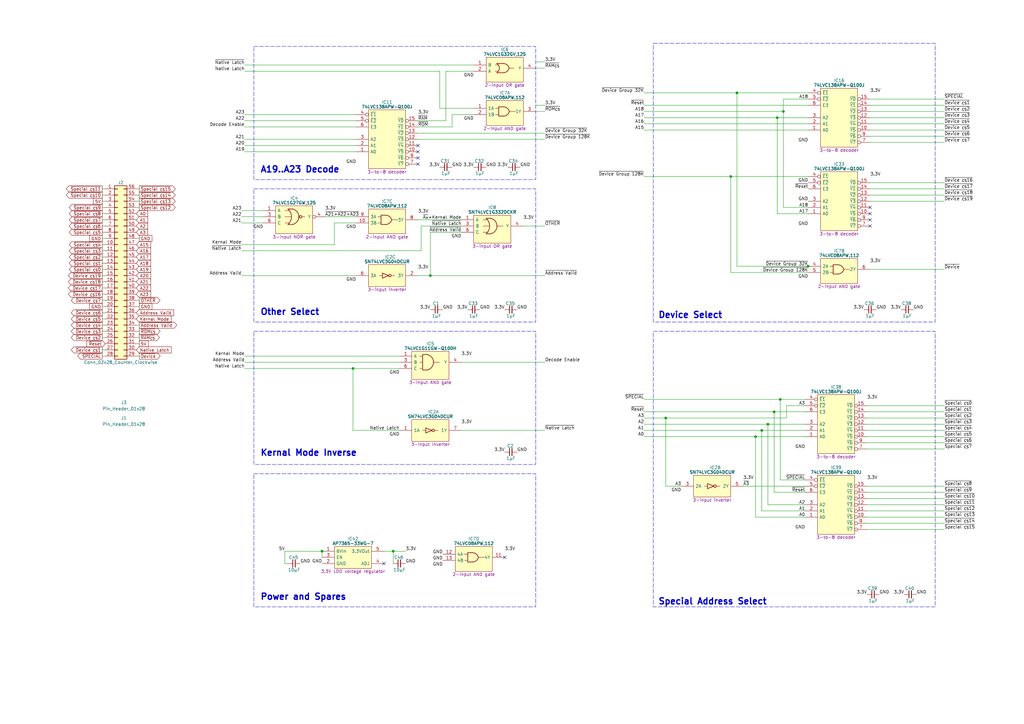
<source format=kicad_sch>
(kicad_sch (version 20231120) (generator "eeschema") (generator_version "8.0")
  (paper "A3")
  (title_block (title "MPU Address Decode") (date "2024-02-13") (rev "V1"))
  (junction (at 132.08 226.06))
  (junction (at 176.53 113.03))
  (junction (at 302.26 38.1))
  (junction (at 161.29 226.06))
  (junction (at 318.77 48.26))
  (junction (at 314.96 173.99))
  (junction (at 144.78 151.13))
  (junction (at 317.5 168.91))
  (junction (at 331.47 109.22))
  (junction (at 320.04 163.83))
  (junction (at 309.88 179.07))
  (junction (at 273.05 171.45))
  (junction (at 321.31 45.72))
  (junction (at 299.72 72.39))
  (junction (at 312.42 176.53))
  (no_connect (at 356.87 85.09))
  (no_connect (at 207.01 228.6))
  (no_connect (at 157.48 231.14))
  (no_connect (at 171.45 64.77))
  (no_connect (at 356.87 87.63))
  (no_connect (at 171.45 59.69))
  (no_connect (at 171.45 67.31))
  (no_connect (at 356.87 90.17))
  (no_connect (at 171.45 62.23))
  (no_connect (at 356.87 92.71))
  (wire (pts (xy 387.35 80.01) (xy 356.87 80.01)))
  (wire (pts (xy 100.33 46.99) (xy 146.05 46.99)))
  (wire (pts (xy 99.06 86.36) (xy 107.95 86.36)))
  (wire (pts (xy 57.15 97.79) (xy 55.88 97.79)))
  (wire (pts (xy 41.91 92.71) (xy 43.18 92.71)))
  (wire (pts (xy 314.96 207.01) (xy 314.96 173.99)))
  (wire (pts (xy 264.16 45.72) (xy 321.31 45.72)))
  (wire (pts (xy 314.96 173.99) (xy 330.2 173.99)))
  (wire (pts (xy 387.35 50.8) (xy 356.87 50.8)))
  (wire (pts (xy 223.52 92.71) (xy 214.63 92.71)))
  (wire (pts (xy 41.91 95.25) (xy 43.18 95.25)))
  (wire (pts (xy 387.35 173.99) (xy 355.6 173.99)))
  (wire (pts (xy 387.35 176.53) (xy 355.6 176.53)))
  (wire (pts (xy 387.35 48.26) (xy 356.87 48.26)))
  (wire (pts (xy 180.34 29.21) (xy 180.34 44.45)))
  (wire (pts (xy 387.35 214.63) (xy 355.6 214.63)))
  (wire (pts (xy 116.84 231.14) (xy 118.11 231.14)))
  (wire (pts (xy 387.35 55.88) (xy 356.87 55.88)))
  (wire (pts (xy 264.16 168.91) (xy 317.5 168.91)))
  (wire (pts (xy 144.78 151.13) (xy 163.83 151.13)))
  (wire (pts (xy 41.91 113.03) (xy 43.18 113.03)))
  (wire (pts (xy 317.5 168.91) (xy 317.5 201.93)))
  (wire (pts (xy 41.91 110.49) (xy 43.18 110.49)))
  (wire (pts (xy 41.91 115.57) (xy 43.18 115.57)))
  (wire (pts (xy 387.35 217.17) (xy 355.6 217.17)))
  (wire (pts (xy 321.31 40.64) (xy 321.31 45.72)))
  (wire (pts (xy 264.16 179.07) (xy 309.88 179.07)))
  (wire (pts (xy 387.35 199.39) (xy 355.6 199.39)))
  (wire (pts (xy 132.08 226.06) (xy 132.08 228.6)))
  (wire (pts (xy 41.91 107.95) (xy 43.18 107.95)))
  (wire (pts (xy 387.35 168.91) (xy 355.6 168.91)))
  (wire (pts (xy 387.35 45.72) (xy 356.87 45.72)))
  (wire (pts (xy 57.15 82.55) (xy 55.88 82.55)))
  (wire (pts (xy 318.77 87.63) (xy 318.77 48.26)))
  (wire (pts (xy 312.42 176.53) (xy 330.2 176.53)))
  (wire (pts (xy 321.31 45.72) (xy 321.31 85.09)))
  (wire (pts (xy 57.15 135.89) (xy 55.88 135.89)))
  (wire (pts (xy 57.15 85.09) (xy 55.88 85.09)))
  (wire (pts (xy 146.05 113.03) (xy 99.06 113.03)))
  (wire (pts (xy 41.91 102.87) (xy 43.18 102.87)))
  (wire (pts (xy 171.45 49.53) (xy 182.88 49.53)))
  (wire (pts (xy 189.23 176.53) (xy 223.52 176.53)))
  (wire (pts (xy 317.5 168.91) (xy 330.2 168.91)))
  (wire (pts (xy 387.35 82.55) (xy 356.87 82.55)))
  (wire (pts (xy 100.33 151.13) (xy 144.78 151.13)))
  (wire (pts (xy 99.06 100.33) (xy 137.16 100.33)))
  (wire (pts (xy 41.91 87.63) (xy 43.18 87.63)))
  (wire (pts (xy 264.16 53.34) (xy 331.47 53.34)))
  (wire (pts (xy 116.84 226.06) (xy 116.84 231.14)))
  (wire (pts (xy 264.16 72.39) (xy 299.72 72.39)))
  (wire (pts (xy 41.91 85.09) (xy 43.18 85.09)))
  (wire (pts (xy 41.91 97.79) (xy 43.18 97.79)))
  (wire (pts (xy 41.91 118.11) (xy 43.18 118.11)))
  (wire (pts (xy 100.33 29.21) (xy 180.34 29.21)))
  (wire (pts (xy 171.45 54.61) (xy 223.52 54.61)))
  (wire (pts (xy 279.4 199.39) (xy 273.05 199.39)))
  (wire (pts (xy 57.15 146.05) (xy 55.88 146.05)))
  (wire (pts (xy 264.16 171.45) (xy 273.05 171.45)))
  (wire (pts (xy 321.31 85.09) (xy 331.47 85.09)))
  (wire (pts (xy 264.16 50.8) (xy 331.47 50.8)))
  (wire (pts (xy 176.53 113.03) (xy 171.45 113.03)))
  (wire (pts (xy 161.29 231.14) (xy 161.29 226.06)))
  (wire (pts (xy 41.91 120.65) (xy 43.18 120.65)))
  (wire (pts (xy 387.35 212.09) (xy 355.6 212.09)))
  (wire (pts (xy 330.2 201.93) (xy 317.5 201.93)))
  (wire (pts (xy 57.15 123.19) (xy 55.88 123.19)))
  (wire (pts (xy 223.52 45.72) (xy 219.71 45.72)))
  (wire (pts (xy 171.45 52.07) (xy 185.42 52.07)))
  (wire (pts (xy 161.29 226.06) (xy 166.37 226.06)))
  (wire (pts (xy 330.2 209.55) (xy 312.42 209.55)))
  (wire (pts (xy 57.15 77.47) (xy 55.88 77.47)))
  (wire (pts (xy 330.2 207.01) (xy 314.96 207.01)))
  (wire (pts (xy 264.16 163.83) (xy 320.04 163.83)))
  (wire (pts (xy 57.15 133.35) (xy 55.88 133.35)))
  (wire (pts (xy 172.72 92.71) (xy 189.23 92.71)))
  (wire (pts (xy 387.35 40.64) (xy 356.87 40.64)))
  (wire (pts (xy 100.33 148.59) (xy 163.83 148.59)))
  (wire (pts (xy 41.91 133.35) (xy 43.18 133.35)))
  (wire (pts (xy 309.88 212.09) (xy 309.88 179.07)))
  (wire (pts (xy 157.48 226.06) (xy 161.29 226.06)))
  (wire (pts (xy 264.16 173.99) (xy 314.96 173.99)))
  (wire (pts (xy 57.15 125.73) (xy 55.88 125.73)))
  (wire (pts (xy 387.35 77.47) (xy 356.87 77.47)))
  (wire (pts (xy 312.42 209.55) (xy 312.42 176.53)))
  (wire (pts (xy 299.72 111.76) (xy 299.72 72.39)))
  (wire (pts (xy 320.04 196.85) (xy 320.04 163.83)))
  (wire (pts (xy 41.91 128.27) (xy 43.18 128.27)))
  (wire (pts (xy 41.91 125.73) (xy 43.18 125.73)))
  (wire (pts (xy 182.88 29.21) (xy 182.88 49.53)))
  (wire (pts (xy 185.42 46.99) (xy 185.42 52.07)))
  (wire (pts (xy 273.05 171.45) (xy 322.58 171.45)))
  (wire (pts (xy 331.47 40.64) (xy 321.31 40.64)))
  (wire (pts (xy 41.91 90.17) (xy 43.18 90.17)))
  (wire (pts (xy 330.2 212.09) (xy 309.88 212.09)))
  (wire (pts (xy 387.35 201.93) (xy 355.6 201.93)))
  (wire (pts (xy 387.35 179.07) (xy 355.6 179.07)))
  (wire (pts (xy 185.42 46.99) (xy 194.31 46.99)))
  (wire (pts (xy 387.35 181.61) (xy 355.6 181.61)))
  (wire (pts (xy 144.78 151.13) (xy 144.78 176.53)))
  (wire (pts (xy 387.35 43.18) (xy 356.87 43.18)))
  (wire (pts (xy 176.53 95.25) (xy 176.53 113.03)))
  (wire (pts (xy 223.52 43.18) (xy 219.71 43.18)))
  (wire (pts (xy 330.2 196.85) (xy 320.04 196.85)))
  (wire (pts (xy 41.91 138.43) (xy 43.18 138.43)))
  (wire (pts (xy 100.33 52.07) (xy 146.05 52.07)))
  (wire (pts (xy 320.04 163.83) (xy 330.2 163.83)))
  (wire (pts (xy 41.91 143.51) (xy 43.18 143.51)))
  (wire (pts (xy 387.35 171.45) (xy 355.6 171.45)))
  (wire (pts (xy 302.26 38.1) (xy 331.47 38.1)))
  (wire (pts (xy 99.06 91.44) (xy 107.95 91.44)))
  (wire (pts (xy 41.91 123.19) (xy 43.18 123.19)))
  (wire (pts (xy 304.8 199.39) (xy 330.2 199.39)))
  (wire (pts (xy 41.91 82.55) (xy 43.18 82.55)))
  (wire (pts (xy 171.45 57.15) (xy 223.52 57.15)))
  (wire (pts (xy 180.34 44.45) (xy 194.31 44.45)))
  (wire (pts (xy 322.58 171.45) (xy 322.58 166.37)))
  (wire (pts (xy 264.16 43.18) (xy 331.47 43.18)))
  (wire (pts (xy 57.15 138.43) (xy 55.88 138.43)))
  (wire (pts (xy 100.33 57.15) (xy 146.05 57.15)))
  (wire (pts (xy 264.16 38.1) (xy 302.26 38.1)))
  (wire (pts (xy 99.06 102.87) (xy 172.72 102.87)))
  (wire (pts (xy 387.35 184.15) (xy 355.6 184.15)))
  (wire (pts (xy 57.15 140.97) (xy 55.88 140.97)))
  (wire (pts (xy 182.88 29.21) (xy 194.31 29.21)))
  (wire (pts (xy 318.77 48.26) (xy 331.47 48.26)))
  (wire (pts (xy 41.91 77.47) (xy 43.18 77.47)))
  (wire (pts (xy 387.35 204.47) (xy 355.6 204.47)))
  (wire (pts (xy 99.06 88.9) (xy 107.95 88.9)))
  (wire (pts (xy 309.88 179.07) (xy 330.2 179.07)))
  (wire (pts (xy 57.15 80.01) (xy 55.88 80.01)))
  (wire (pts (xy 387.35 58.42) (xy 356.87 58.42)))
  (wire (pts (xy 387.35 207.01) (xy 355.6 207.01)))
  (wire (pts (xy 331.47 111.76) (xy 299.72 111.76)))
  (wire (pts (xy 41.91 135.89) (xy 43.18 135.89)))
  (wire (pts (xy 41.91 105.41) (xy 43.18 105.41)))
  (wire (pts (xy 387.35 53.34) (xy 356.87 53.34)))
  (wire (pts (xy 331.47 109.22) (xy 302.26 109.22)))
  (wire (pts (xy 299.72 72.39) (xy 331.47 72.39)))
  (wire (pts (xy 176.53 113.03) (xy 223.52 113.03)))
  (wire (pts (xy 137.16 100.33) (xy 137.16 91.44)))
  (wire (pts (xy 176.53 95.25) (xy 189.23 95.25)))
  (wire (pts (xy 223.52 27.94) (xy 219.71 27.94)))
  (wire (pts (xy 264.16 176.53) (xy 312.42 176.53)))
  (wire (pts (xy 41.91 130.81) (xy 43.18 130.81)))
  (wire (pts (xy 41.91 146.05) (xy 43.18 146.05)))
  (wire (pts (xy 273.05 199.39) (xy 273.05 171.45)))
  (wire (pts (xy 302.26 38.1) (xy 302.26 109.22)))
  (wire (pts (xy 387.35 209.55) (xy 355.6 209.55)))
  (wire (pts (xy 331.47 87.63) (xy 318.77 87.63)))
  (wire (pts (xy 264.16 48.26) (xy 318.77 48.26)))
  (wire (pts (xy 41.91 80.01) (xy 43.18 80.01)))
  (wire (pts (xy 41.91 100.33) (xy 43.18 100.33)))
  (wire (pts (xy 100.33 26.67) (xy 194.31 26.67)))
  (wire (pts (xy 172.72 92.71) (xy 172.72 102.87)))
  (wire (pts (xy 171.45 90.17) (xy 189.23 90.17)))
  (wire (pts (xy 332.74 109.22) (xy 331.47 109.22)))
  (wire (pts (xy 100.33 146.05) (xy 163.83 146.05)))
  (wire (pts (xy 387.35 166.37) (xy 355.6 166.37)))
  (wire (pts (xy 163.83 176.53) (xy 144.78 176.53)))
  (wire (pts (xy 100.33 49.53) (xy 146.05 49.53)))
  (wire (pts (xy 100.33 59.69) (xy 146.05 59.69)))
  (wire (pts (xy 133.35 88.9) (xy 146.05 88.9)))
  (wire (pts (xy 100.33 62.23) (xy 146.05 62.23)))
  (wire (pts (xy 223.52 25.4) (xy 219.71 25.4)))
  (wire (pts (xy 387.35 74.93) (xy 356.87 74.93)))
  (wire (pts (xy 137.16 91.44) (xy 146.05 91.44)))
  (wire (pts (xy 189.23 148.59) (xy 223.52 148.59)))
  (wire (pts (xy 387.35 110.49) (xy 356.87 110.49)))
  (wire (pts (xy 322.58 166.37) (xy 330.2 166.37)))
  (wire (pts (xy 116.84 226.06) (xy 132.08 226.06)))
  (rectangle (start 104.14 19.05) (end 219.71 73.66) (stroke (width 0) (type dash)))
  (rectangle (start 267.97 135.89) (end 383.54 248.92) (stroke (width 0) (type dash)))
  (rectangle (start 104.14 194.31) (end 219.71 248.92) (stroke (width 0) (type dash)))
  (rectangle (start 104.14 135.89) (end 219.71 190.5) (stroke (width 0) (type dash)))
  (rectangle (start 267.97 17.78) (end 383.54 132.08) (stroke (width 0) (type dash)))
  (rectangle (start 104.14 77.47) (end 219.71 132.08) (stroke (width 0) (type dash)))
  (text "Other Select" (at 106.68 129.54 0) (effects (font (size 2.54 2.54) (thickness 0.508) (bold yes)) (justify left bottom)))
  (text "Special Address Select" (at 269.875 248.285 0) (effects (font (size 2.54 2.54) (thickness 0.508) (bold yes)) (justify left bottom)))
  (text "Device Select" (at 269.875 130.81 0) (effects (font (size 2.54 2.54) (thickness 0.508) (bold yes)) (justify left bottom)))
  (text "Kernal Mode Inverse" (at 106.68 187.325 0) (effects (font (size 2.54 2.54) (thickness 0.508) (bold yes)) (justify left bottom)))
  (text "Power and Spares" (at 106.68 246.38 0) (effects (font (size 2.54 2.54) (thickness 0.508) (bold yes)) (justify left bottom)))
  (text "A19..A23 Decode" (at 106.68 71.12 0) (effects (font (size 2.54 2.54) (thickness 0.508) (bold yes)) (justify left bottom)))
  (label "GND" (at 331.47 74.93 180))
  (label "~{Reset}" (at 264.16 168.91 180))
  (label "3.3V" (at 207.01 185.42 180))
  (label "~{Special _{CS}0}" (at 387.35 166.37 0))
  (label "3.3V" (at 176.53 127 180))
  (label "~{Device Group 32K}" (at 331.47 109.22 180))
  (label "~{Special _{CS}1}" (at 387.35 168.91 0))
  (label "GND" (at 181.61 232.41 180))
  (label "3.3V" (at 208.28 68.58 180))
  (label "A3" (at 330.2 166.37 180))
  (label "GND" (at 163.83 153.67 180))
  (label "~{Device}" (at 387.35 110.49 0))
  (label "3.3V" (at 370.84 243.84 180))
  (label "~{Device _{CS}3}" (at 387.35 48.26 0))
  (label "~{Special _{CS}2}" (at 387.35 171.45 0))
  (label "~{Special _{CS}6}" (at 387.35 181.61 0))
  (label "~{SPECIAL}" (at 264.16 163.83 180))
  (label "GND" (at 146.05 67.31 180))
  (label "A19" (at 100.33 62.23 180))
  (label "A15" (at 264.16 53.34 180))
  (label "~{Device _{CS}6}" (at 387.35 55.88 0))
  (label "3.3V" (at 207.01 127 180))
  (label "GND" (at 360.68 243.84 0))
  (label "3.3V" (at 369.57 127 180))
  (label "Native Latch" (at 100.33 29.21 180))
  (label "GND" (at 374.65 127 0))
  (label "A1" (at 264.16 176.53 180))
  (label "~{Native Latch}" (at 100.33 26.67 180))
  (label "3.3V" (at 354.33 127 180))
  (label "~{Reset}" (at 264.16 43.18 180))
  (label "~{Special _{CS}14}" (at 387.35 214.63 0))
  (label "~{Address Valid}" (at 189.23 95.25 180))
  (label "GND" (at 185.42 68.58 0))
  (label "~{Device _{CS}18}" (at 387.35 80.01 0))
  (label "A18" (at 331.47 40.64 180))
  (label "Address Valid" (at 100.33 148.59 180))
  (label "~{Special _{CS}10}" (at 387.35 204.47 0))
  (label "~{ROM}" (at 171.45 52.07 0))
  (label "GND" (at 212.09 127 0))
  (label "GND" (at 331.47 58.42 180))
  (label "A22" (at 99.06 88.9 180))
  (label "GND" (at 181.61 229.87 180))
  (label "3.3V" (at 356.87 72.39 0))
  (label "~{Device _{CS}2}" (at 387.35 45.72 0))
  (label "~{Device Group 128K}" (at 223.52 57.15 0))
  (label "~{Native Latch}" (at 99.06 102.87 180))
  (label "3.3V" (at 355.6 163.83 0))
  (label "3.3V" (at 133.35 86.36 0))
  (label "~{Special _{CS}3}" (at 387.35 173.99 0))
  (label "3.3V" (at 214.63 90.17 0))
  (label "A3" (at 264.16 171.45 180))
  (label "GND" (at 331.47 92.71 180))
  (label "Address Valid" (at 99.06 113.03 180))
  (label "~{Device Group 32K}" (at 264.16 38.1 180))
  (label "GND" (at 330.2 217.17 180))
  (label "~{Special _{CS}9}" (at 387.35 201.93 0))
  (label "3.3V" (at 223.52 25.4 0))
  (label "3.3V" (at 166.37 226.06 0))
  (label "A23" (at 99.06 86.36 180))
  (label "3.3V" (at 189.23 173.99 0))
  (label "~{Device _{CS}4}" (at 387.35 50.8 0))
  (label "Kernal Mode" (at 100.33 146.05 180))
  (label "3.3V" (at 189.23 146.05 0))
  (label "~{A_{H}}•Kernal Mode" (at 189.23 90.17 180))
  (label "~{Special _{CS}11}" (at 387.35 207.01 0))
  (label "~{Special _{CS}15}" (at 387.35 217.17 0))
  (label "GND" (at 181.61 227.33 180))
  (label "~{Special _{CS}12}" (at 387.35 209.55 0))
  (label "GND" (at 194.31 31.75 180))
  (label "3.3V" (at 171.45 46.99 0))
  (label "3.3V" (at 171.45 110.49 0))
  (label "A23" (at 100.33 46.99 180))
  (label "GND" (at 331.47 114.3 180))
  (label "~{Device _{CS}16}" (at 387.35 74.93 0))
  (label "~{SPECIAL}" (at 330.2 196.85 180))
  (label "~{Special _{CS}8}" (at 387.35 199.39 0))
  (label "3.3V" (at 223.52 43.18 0))
  (label "A2" (at 264.16 173.99 180))
  (label "~{Device _{CS}19}" (at 387.35 82.55 0))
  (label "A21" (at 100.33 57.15 180))
  (label "A21" (at 99.06 91.44 180))
  (label "GND" (at 166.37 231.14 0))
  (label "3.3V" (at 171.45 87.63 0))
  (label "GND" (at 196.85 127 0))
  (label "~{Special _{CS}13}" (at 387.35 212.09 0))
  (label "GND" (at 279.4 201.93 180))
  (label "A1" (at 330.2 209.55 180))
  (label "Decode Enable" (at 223.52 148.59 0))
  (label "GND" (at 146.05 115.57 180))
  (label "~{Reset}" (at 330.2 201.93 180))
  (label "~{A21+A22+A23}" (at 133.35 88.9 0))
  (label "3.3V" (at 191.77 127 180))
  (label "~{RAM}" (at 171.45 49.53 0))
  (label "~{Device Group 128K}" (at 331.47 111.76 180))
  (label "~{SPECIAL}" (at 387.35 40.64 0))
  (label "GND" (at 181.61 127 0))
  (label "GND" (at 359.41 127 0))
  (label "Decode Enable" (at 100.33 52.07 180))
  (label "GND" (at 163.83 179.07 180))
  (label "~{ROM_{CS}}" (at 223.52 45.72 0))
  (label "3.3V" (at 356.87 38.1 0))
  (label "A17" (at 331.47 87.63 180))
  (label "A2" (at 330.2 207.01 180))
  (label "GND" (at 375.92 243.84 0))
  (label "A22" (at 100.33 49.53 180))
  (label "3.3V" (at 355.6 196.85 0))
  (label "GND" (at 146.05 93.98 180))
  (label "~{Device Group 32K}" (at 223.52 54.61 0))
  (label "A0" (at 330.2 212.09 180))
  (label "A17" (at 264.16 48.26 180))
  (label "GND" (at 132.08 231.14 180))
  (label "A0" (at 264.16 179.07 180))
  (label "~{OTHER}" (at 223.52 92.71 0))
  (label "3.3V" (at 207.01 226.06 0))
  (label "~{Device _{CS}1}" (at 387.35 43.18 0))
  (label "~{Address Valid}" (at 223.52 113.03 0))
  (label "3.3V" (at 356.87 107.95 0))
  (label "GND" (at 331.47 82.55 180))
  (label "~{Native Latch}" (at 189.23 92.71 180))
  (label "~{Special _{CS}7}" (at 387.35 184.15 0))
  (label "~{Special _{CS}5}" (at 387.35 179.07 0))
  (label "GND" (at 189.23 97.79 180))
  (label "A20" (at 100.33 59.69 180))
  (label "Kernal Mode" (at 99.06 100.33 180))
  (label "~{RAM_{CS}}" (at 223.52 27.94 0))
  (label "A3" (at 279.4 199.39 180))
  (label "GND" (at 212.09 185.42 0))
  (label "5V" (at 116.84 226.06 180))
  (label "~{Device _{CS}5}" (at 387.35 53.34 0))
  (label "GND" (at 194.31 49.53 180))
  (label "3.3V" (at 355.6 243.84 180))
  (label "3.3V" (at 180.34 68.58 180))
  (label "A18" (at 264.16 45.72 180))
  (label "~{Device _{CS}17}" (at 387.35 77.47 0))
  (label "A16" (at 264.16 50.8 180))
  (label "Native Latch" (at 163.83 176.53 180))
  (label "~{Special _{CS}4}" (at 387.35 176.53 0))
  (label "~{Reset}" (at 331.47 77.47 180))
  (label "~{Device Group 128K}" (at 264.16 72.39 180))
  (label "~{Device _{CS}7}" (at 387.35 58.42 0))
  (label "GND" (at 123.19 231.14 0))
  (label "GND" (at 199.39 68.58 0))
  (label "3.3V" (at 304.8 196.85 0))
  (label "A18" (at 331.47 85.09 180))
  (label "Native Latch" (at 100.33 151.13 180))
  (label "GND" (at 330.2 184.15 180))
  (label "3.3V" (at 194.31 68.58 180))
  (label "~{Native Latch}" (at 223.52 176.53 0))
  (label "GND" (at 107.95 93.98 180))
  (label "GND" (at 213.36 68.58 0))
  (label "~{A3}" (at 304.8 199.39 0))
  (global_label "~{Address Valid}" (shape output) (at 57.15 133.35 0) (property "Intersheetrefs" "${INTERSHEET_REFS}" (effects (hide yes))))
  (global_label "GND" (shape passive) (at 57.15 97.79 0) (property "Intersheetrefs" "${INTERSHEET_REFS}" (effects (hide yes))))
  (global_label "A3" (shape input) (at 55.88 95.25 0) (property "Intersheetrefs" "${INTERSHEET_REFS}" (effects (hide yes))))
  (global_label "~{Device _{CS}18}" (shape output) (at 41.91 115.57 180) (property "Intersheetrefs" "${INTERSHEET_REFS}" (effects (hide yes))))
  (global_label "~{Device _{CS}16}" (shape output) (at 41.91 120.65 180) (property "Intersheetrefs" "${INTERSHEET_REFS}" (effects (hide yes))))
  (global_label "5V" (shape passive) (at 41.91 82.55 180) (property "Intersheetrefs" "${INTERSHEET_REFS}" (effects (hide yes))))
  (global_label "~{Device _{CS}19}" (shape output) (at 41.91 113.03 180) (property "Intersheetrefs" "${INTERSHEET_REFS}" (effects (hide yes))))
  (global_label "~{Device _{CS}7}" (shape output) (at 41.91 123.19 180) (property "Intersheetrefs" "${INTERSHEET_REFS}" (effects (hide yes))))
  (global_label "5V" (shape passive) (at 57.15 140.97 0) (property "Intersheetrefs" "${INTERSHEET_REFS}" (effects (hide yes))))
  (global_label "~{Device _{CS}4}" (shape output) (at 41.91 133.35 180) (property "Intersheetrefs" "${INTERSHEET_REFS}" (effects (hide yes))))
  (global_label "~{Special _{CS}11}" (shape output) (at 41.91 77.47 180) (property "Intersheetrefs" "${INTERSHEET_REFS}" (effects (hide yes))))
  (global_label "A20" (shape input) (at 55.88 113.03 0) (property "Intersheetrefs" "${INTERSHEET_REFS}" (effects (hide yes))))
  (global_label "~{Special _{CS}8}" (shape output) (at 41.91 87.63 180) (property "Intersheetrefs" "${INTERSHEET_REFS}" (effects (hide yes))))
  (global_label "A16" (shape input) (at 55.88 102.87 0) (property "Intersheetrefs" "${INTERSHEET_REFS}" (effects (hide yes))))
  (global_label "A0" (shape input) (at 55.88 87.63 0) (property "Intersheetrefs" "${INTERSHEET_REFS}" (effects (hide yes))))
  (global_label "~{Special _{CS}10}" (shape output) (at 41.91 80.01 180) (property "Intersheetrefs" "${INTERSHEET_REFS}" (effects (hide yes))))
  (global_label "A15" (shape input) (at 55.88 100.33 0) (property "Intersheetrefs" "${INTERSHEET_REFS}" (effects (hide yes))))
  (global_label "~{OTHER}" (shape output) (at 57.15 123.19 0) (property "Intersheetrefs" "${INTERSHEET_REFS}" (effects (hide yes))))
  (global_label "~{Device _{CS}1}" (shape output) (at 41.91 143.51 180) (property "Intersheetrefs" "${INTERSHEET_REFS}" (effects (hide yes))))
  (global_label "~{Device _{CS}2}" (shape output) (at 41.91 138.43 180) (property "Intersheetrefs" "${INTERSHEET_REFS}" (effects (hide yes))))
  (global_label "~{Special _{CS}2}" (shape output) (at 41.91 105.41 180) (property "Intersheetrefs" "${INTERSHEET_REFS}" (effects (hide yes))))
  (global_label "GND" (shape passive) (at 41.91 125.73 180) (property "Intersheetrefs" "${INTERSHEET_REFS}" (effects (hide yes))))
  (global_label "~{Device _{CS}17}" (shape output) (at 41.91 118.11 180) (property "Intersheetrefs" "${INTERSHEET_REFS}" (effects (hide yes))))
  (global_label "~{Special _{CS}12}" (shape output) (at 57.15 85.09 0) (property "Intersheetrefs" "${INTERSHEET_REFS}" (effects (hide yes))))
  (global_label "A17" (shape input) (at 55.88 105.41 0) (property "Intersheetrefs" "${INTERSHEET_REFS}" (effects (hide yes))))
  (global_label "A1" (shape input) (at 55.88 90.17 0) (property "Intersheetrefs" "${INTERSHEET_REFS}" (effects (hide yes))))
  (global_label "~{Special _{CS}15}" (shape output) (at 57.15 77.47 0) (property "Intersheetrefs" "${INTERSHEET_REFS}" (effects (hide yes))))
  (global_label "A21" (shape input) (at 55.88 115.57 0) (property "Intersheetrefs" "${INTERSHEET_REFS}" (effects (hide yes))))
  (global_label "~{Special _{CS}9}" (shape output) (at 41.91 85.09 180) (property "Intersheetrefs" "${INTERSHEET_REFS}" (effects (hide yes))))
  (global_label "~{Special _{CS}14}" (shape output) (at 57.15 80.01 0) (property "Intersheetrefs" "${INTERSHEET_REFS}" (effects (hide yes))))
  (global_label "A23" (shape input) (at 55.88 120.65 0) (property "Intersheetrefs" "${INTERSHEET_REFS}" (effects (hide yes))))
  (global_label "Address Valid" (shape input) (at 55.88 128.27 0) (property "Intersheetrefs" "${INTERSHEET_REFS}" (effects (hide yes))))
  (global_label "~{Device _{CS}6}" (shape output) (at 41.91 128.27 180) (property "Intersheetrefs" "${INTERSHEET_REFS}" (effects (hide yes))))
  (global_label "~{Special _{CS}4}" (shape output) (at 41.91 100.33 180) (property "Intersheetrefs" "${INTERSHEET_REFS}" (effects (hide yes))))
  (global_label "~{Special _{CS}3}" (shape output) (at 41.91 102.87 180) (property "Intersheetrefs" "${INTERSHEET_REFS}" (effects (hide yes))))
  (global_label "A2" (shape input) (at 55.88 92.71 0) (property "Intersheetrefs" "${INTERSHEET_REFS}" (effects (hide yes))))
  (global_label "~{Special _{CS}13}" (shape output) (at 57.15 82.55 0) (property "Intersheetrefs" "${INTERSHEET_REFS}" (effects (hide yes))))
  (global_label "A18" (shape input) (at 55.88 107.95 0) (property "Intersheetrefs" "${INTERSHEET_REFS}" (effects (hide yes))))
  (global_label "A19" (shape input) (at 55.88 110.49 0) (property "Intersheetrefs" "${INTERSHEET_REFS}" (effects (hide yes))))
  (global_label "~{Device _{CS}5}" (shape output) (at 41.91 130.81 180) (property "Intersheetrefs" "${INTERSHEET_REFS}" (effects (hide yes))))
  (global_label "~{ROM_{CS}}" (shape output) (at 57.15 135.89 0) (property "Intersheetrefs" "${INTERSHEET_REFS}" (effects (hide yes))))
  (global_label "~{Special _{CS}7}" (shape output) (at 41.91 90.17 180) (property "Intersheetrefs" "${INTERSHEET_REFS}" (effects (hide yes))))
  (global_label "~{Device}" (shape output) (at 57.15 146.05 0) (property "Intersheetrefs" "${INTERSHEET_REFS}" (effects (hide yes))))
  (global_label "~{Reset}" (shape input) (at 43.18 140.97 180) (property "Intersheetrefs" "${INTERSHEET_REFS}" (effects (hide yes))))
  (global_label "~{SPECIAL}" (shape output) (at 41.91 146.05 180) (property "Intersheetrefs" "${INTERSHEET_REFS}" (effects (hide yes))))
  (global_label "~{RAM_{CS}}" (shape output) (at 57.15 138.43 0) (property "Intersheetrefs" "${INTERSHEET_REFS}" (effects (hide yes))))
  (global_label "A22" (shape input) (at 55.88 118.11 0) (property "Intersheetrefs" "${INTERSHEET_REFS}" (effects (hide yes))))
  (global_label "~{Special _{CS}0}" (shape output) (at 41.91 110.49 180) (property "Intersheetrefs" "${INTERSHEET_REFS}" (effects (hide yes))))
  (global_label "~{Special _{CS}1}" (shape output) (at 41.91 107.95 180) (property "Intersheetrefs" "${INTERSHEET_REFS}" (effects (hide yes))))
  (global_label "Kernal Mode" (shape input) (at 55.88 130.81 0) (property "Intersheetrefs" "${INTERSHEET_REFS}" (effects (hide yes))))
  (global_label "~{Device _{CS}3}" (shape output) (at 41.91 135.89 180) (property "Intersheetrefs" "${INTERSHEET_REFS}" (effects (hide yes))))
  (global_label "GND" (shape passive) (at 41.91 97.79 180) (property "Intersheetrefs" "${INTERSHEET_REFS}" (effects (hide yes))))
  (global_label "~{Special _{CS}6}" (shape output) (at 41.91 92.71 180) (property "Intersheetrefs" "${INTERSHEET_REFS}" (effects (hide yes))))
  (global_label "GND" (shape passive) (at 57.15 125.73 0) (property "Intersheetrefs" "${INTERSHEET_REFS}" (effects (hide yes))))
  (global_label "Native Latch" (shape input) (at 55.88 143.51 0) (property "Intersheetrefs" "${INTERSHEET_REFS}" (effects (hide yes))))
  (global_label "~{Special _{CS}5}" (shape output) (at 41.91 95.25 180) (property "Intersheetrefs" "${INTERSHEET_REFS}" (effects (hide yes))))
  (symbol (lib_id "HCP65:C_0805") (at 194.31 68.58 0) (unit 1)
    (property "Reference" "C32" (at 196.596 66.04 0))
    (property "Value" "1μF" (at 196.85 71.12 0))
    (property "Footprint" "SamacSys_Parts:C_0805" (effects (hide yes)))
  )
  (symbol (lib_id "Nexperia:74LVC138APW-Q100J") (at 146.05 45.085 0) (unit 1)
    (property "Reference" "IC11" (at 158.75 41.91 0))
    (property "Value" "74LVC138APW-Q100J" (at 158.75 43.815 0) (effects (font (bold yes))))
    (property "Footprint" "SamacSys_Parts:SOP65P640X110-16N" (effects (hide yes)))
    (property "Datasheet" "https://assets.nexperia.com/documents/data-sheet/74LVC138A_Q100.pdf" (effects (hide yes)))
    (property "Description" "3-to-8 decoder" (at 158.75 70.485 0))
    (property "Height" "1.1" (effects (hide yes)))
    (property "Mouser Part Number" "771-74LVC138APWQ100J" (effects (hide yes)))
    (property "Mouser Price/Stock" "https://www.mouser.co.uk/ProductDetail/Nexperia/74LVC138APW-Q100J?qs=fi7yB2oewZnXKE82xo%252BhJQ%3D%3D" (effects (hide yes)))
    (property "Manufacturer_Name" "Nexperia" (effects (hide yes)))
    (property "Manufacturer_Part_Number" "74LVC138APW-Q100J" (effects (hide yes)))
    (property "Silkscreen" "74LVC138" (effects (hide yes)))
  )
  (symbol (lib_id "Nexperia:74LVC08APW,112_Multi") (at 331.47 109.22 0) (unit 2)
    (property "Reference" "IC7" (at 344.17 102.87 0))
    (property "Value" "74LVC08APW,112" (at 344.17 104.775 0) (effects (font (bold yes))))
    (property "Footprint" "SamacSys_Parts:SOP65P640X110-14N" (effects (hide yes)))
    (property "Datasheet" "https://assets.nexperia.com/documents/data-sheet/74LVC08A.pdf" (effects (hide yes)))
    (property "Description" "2-input AND gate" (at 344.17 117.475 0))
    (property "Height" "1.1" (effects (hide yes)))
    (property "Manufacturer_Name" "Nexperia" (effects (hide yes)))
    (property "Manufacturer_Part_Number" "74LVC08APW,112" (effects (hide yes)))
    (property "Mouser Part Number" "771-74LVC08APW" (effects (hide yes)))
    (property "Mouser Price/Stock" "https://www.mouser.com/Search/Refine.aspx?Keyword=771-74LVC08APW" (effects (hide yes)))
    (property "Silkscreen" "74LVC08" (effects (hide yes)))
  )
  (symbol (lib_id "HCP65:C_0805") (at 118.11 231.14 0) (unit 1)
    (property "Reference" "C45" (at 120.396 228.6 0))
    (property "Value" "10μF" (at 120.65 233.68 0))
    (property "Footprint" "SamacSys_Parts:C_0805" (effects (hide yes)))
  )
  (symbol (lib_id "HCP65:C_0805") (at 207.01 127 0) (unit 1)
    (property "Reference" "C35" (at 209.296 124.46 0))
    (property "Value" "1μF" (at 209.55 129.54 0))
    (property "Footprint" "SamacSys_Parts:C_0805" (effects (hide yes)))
  )
  (symbol (lib_id "Nexperia:74LVC1G32GV,125") (at 194.31 26.67 0) (unit 1)
    (property "Reference" "IC6" (at 207.01 20.32 0))
    (property "Value" "74LVC1G32GV,125" (at 207.01 22.225 0) (effects (font (bold yes))))
    (property "Footprint" "SamacSys_Parts:SOT95P275X110-5N" (effects (hide yes)))
    (property "Datasheet" "https://assets.nexperia.com/documents/data-sheet/74LVC1G32.pdf" (effects (hide yes)))
    (property "Description" "2-input OR gate" (at 207.01 34.925 0))
    (property "Height" "1.1" (effects (hide yes)))
    (property "Manufacturer_Name" "Nexperia" (effects (hide yes)))
    (property "Manufacturer_Part_Number" "74LVC1G32GV,125" (effects (hide yes)))
    (property "Mouser Part Number" "771-LVC1G32GV125" (effects (hide yes)))
    (property "Mouser Price/Stock" "https://www.mouser.co.uk/ProductDetail/Nexperia/74LVC1G32GV125?qs=me8TqzrmIYXExQH4V9SARg%3D%3D" (effects (hide yes)))
    (property "Silkscreen" "'1G32" (effects (hide yes)))
    (property "Garbage" "NEXPERIA - 74LVC1G32GV,125 - OR GATE, SINGLE, 2 I/P, SC-74A-5" (effects (hide yes)))
  )
  (symbol (lib_id "Nexperia:74LVC138APW-Q100J") (at 330.2 194.945 0) (unit 1)
    (property "Reference" "IC39" (at 342.9 191.77 0))
    (property "Value" "74LVC138APW-Q100J" (at 342.9 193.675 0) (effects (font (bold yes))))
    (property "Footprint" "SamacSys_Parts:SOP65P640X110-16N" (effects (hide yes)))
    (property "Datasheet" "https://assets.nexperia.com/documents/data-sheet/74LVC138A_Q100.pdf" (effects (hide yes)))
    (property "Description" "3-to-8 decoder" (at 342.9 220.345 0))
    (property "Height" "1.1" (effects (hide yes)))
    (property "Mouser Part Number" "771-74LVC138APWQ100J" (effects (hide yes)))
    (property "Mouser Price/Stock" "https://www.mouser.co.uk/ProductDetail/Nexperia/74LVC138APW-Q100J?qs=fi7yB2oewZnXKE82xo%252BhJQ%3D%3D" (effects (hide yes)))
    (property "Manufacturer_Name" "Nexperia" (effects (hide yes)))
    (property "Manufacturer_Part_Number" "74LVC138APW-Q100J" (effects (hide yes)))
    (property "Silkscreen" "74LVC138" (effects (hide yes)))
  )
  (symbol (lib_id "HCP65:Pin_Header_01x32") (at 50.8 172.72 0) (unit 1)
    (property "Reference" "J1" (at 50.8 171.45 0))
    (property "Value" "Pin_Header_01x28" (at 50.8 173.99 0))
    (property "Footprint" "SamacSys_Parts:PinHeader_1x28_P2.54mm_Vertical" (effects (hide yes)))
  )
  (symbol (lib_id "HCP65:C_0805") (at 176.53 127 0) (unit 1)
    (property "Reference" "C1" (at 178.816 124.46 0))
    (property "Value" "1μF" (at 179.07 129.54 0))
    (property "Footprint" "SamacSys_Parts:C_0805" (effects (hide yes)))
  )
  (symbol (lib_id "HCP65:C_0805") (at 207.01 185.42 0) (unit 1)
    (property "Reference" "C2" (at 209.296 182.88 0))
    (property "Value" "1μF" (at 209.55 187.96 0))
    (property "Footprint" "SamacSys_Parts:C_0805" (effects (hide yes)))
  )
  (symbol (lib_id "Nexperia:74LVC08APW,112_Multi") (at 194.31 44.45 0) (unit 1)
    (property "Reference" "IC7" (at 207.01 38.1 0))
    (property "Value" "74LVC08APW,112" (at 207.01 40.005 0) (effects (font (bold yes))))
    (property "Footprint" "SamacSys_Parts:SOP65P640X110-14N" (effects (hide yes)))
    (property "Datasheet" "https://assets.nexperia.com/documents/data-sheet/74LVC08A.pdf" (effects (hide yes)))
    (property "Description" "2-input AND gate" (at 207.01 52.705 0))
    (property "Height" "1.1" (effects (hide yes)))
    (property "Manufacturer_Name" "Nexperia" (effects (hide yes)))
    (property "Manufacturer_Part_Number" "74LVC08APW,112" (effects (hide yes)))
    (property "Mouser Part Number" "771-74LVC08APW" (effects (hide yes)))
    (property "Mouser Price/Stock" "https://www.mouser.com/Search/Refine.aspx?Keyword=771-74LVC08APW" (effects (hide yes)))
    (property "Silkscreen" "74LVC08" (effects (hide yes)))
  )
  (symbol (lib_id "HCP65:C_0805") (at 161.29 231.14 0) (unit 1)
    (property "Reference" "C46" (at 163.576 228.6 0))
    (property "Value" "10μF" (at 163.83 233.68 0))
    (property "Footprint" "SamacSys_Parts:C_0805" (effects (hide yes)))
  )
  (symbol (lib_id "Texas_Instruments:SN74LVC1G332DCKR") (at 189.23 90.17 0) (unit 1)
    (property "Reference" "IC8" (at 201.93 85.09 0))
    (property "Value" "SN74LVC1G332DCKR" (at 201.93 86.995 0) (effects (font (bold yes))))
    (property "Footprint" "SamacSys_Parts:SOT65P210X110-6N" (effects (hide yes)))
    (property "Datasheet" "http://www.ti.com/lit/gpn/sn74lvc1g332" (effects (hide yes)))
    (property "Description" "3-input OR gate" (at 201.93 100.965 0))
    (property "Height" "1.1" (effects (hide yes)))
    (property "Mouser Part Number" "595-SN74LVC1G332DCKR" (effects (hide yes)))
    (property "Mouser Price/Stock" "https://www.mouser.co.uk/ProductDetail/Texas-Instruments/SN74LVC1G332DCKR?qs=nqigI8dpoHJbC41czqKUfw%3D%3D" (effects (hide yes)))
    (property "Manufacturer_Name" "Texas Instruments" (effects (hide yes)))
    (property "Manufacturer_Part_Number" "SN74LVC1G332DCKR" (effects (hide yes)))
    (property "Silkscreen" "'1G332" (effects (hide yes)))
  )
  (symbol (lib_id "HCP65:C_0805") (at 355.6 243.84 0) (unit 1)
    (property "Reference" "C39" (at 357.886 241.3 0))
    (property "Value" "1μF" (at 358.14 246.38 0))
    (property "Footprint" "SamacSys_Parts:C_0805" (effects (hide yes)))
  )
  (symbol (lib_id "Nexperia:74LVC1G27GW,125") (at 107.95 86.36 0) (unit 1)
    (property "Reference" "IC4" (at 120.65 81.28 0))
    (property "Value" "74LVC1G27GW,125" (at 120.65 83.185 0) (effects (font (bold yes))))
    (property "Footprint" "SamacSys_Parts:SOP65P210X110-6N" (effects (hide yes)))
    (property "Datasheet" "https://assets.nexperia.com/documents/data-sheet/74LVC1G27.pdf" (effects (hide yes)))
    (property "Description" "3-input NOR gate" (at 120.65 97.155 0))
    (property "Height" "1.1" (effects (hide yes)))
    (property "Mouser Part Number" "771-74LVC1G27GW125" (effects (hide yes)))
    (property "Mouser Price/Stock" "https://www.mouser.co.uk/ProductDetail/Nexperia/74LVC1G27GW125?qs=NQoTdinTi9Fjyw3yj%2FzFLA%3D%3D" (effects (hide yes)))
    (property "Manufacturer_Name" "Nexperia" (effects (hide yes)))
    (property "Manufacturer_Part_Number" "74LVC1G27GW,125" (effects (hide yes)))
    (property "Silkscreen" "'1G27" (effects (hide yes)))
    (property "Garbage" "74LVC1G27 - Single 3-input NOR gate@en-us" (effects (hide yes)))
  )
  (symbol (lib_id "Nexperia:74LVC08APW,112_Multi") (at 181.61 227.33 0) (unit 4)
    (property "Reference" "IC7" (at 194.31 220.98 0))
    (property "Value" "74LVC08APW,112" (at 194.31 222.885 0) (effects (font (bold yes))))
    (property "Footprint" "SamacSys_Parts:SOP65P640X110-14N" (effects (hide yes)))
    (property "Datasheet" "https://assets.nexperia.com/documents/data-sheet/74LVC08A.pdf" (effects (hide yes)))
    (property "Description" "2-input AND gate" (at 194.31 235.585 0))
    (property "Height" "1.1" (effects (hide yes)))
    (property "Manufacturer_Name" "Nexperia" (effects (hide yes)))
    (property "Manufacturer_Part_Number" "74LVC08APW,112" (effects (hide yes)))
    (property "Mouser Part Number" "771-74LVC08APW" (effects (hide yes)))
    (property "Mouser Price/Stock" "https://www.mouser.com/Search/Refine.aspx?Keyword=771-74LVC08APW" (effects (hide yes)))
    (property "Silkscreen" "74LVC08" (effects (hide yes)))
  )
  (symbol (lib_id "Texas_Instruments:SN74LVC3G04DCUR_Multi") (at 163.83 176.53 0) (unit 1)
    (property "Reference" "IC2" (at 177.8 168.91 0))
    (property "Value" "SN74LVC3G04DCUR" (at 176.53 170.815 0) (effects (font (bold yes))))
    (property "Footprint" "SamacSys_Parts:SOP50P310X90-8N" (effects (hide yes)))
    (property "Datasheet" "http://www.ti.com/lit/gpn/sn74lvc3g04" (effects (hide yes)))
    (property "Description" "3-input inverter" (at 176.53 182.245 0))
    (property "Height" "0.9" (effects (hide yes)))
    (property "Manufacturer_Name" "Texas Instruments" (effects (hide yes)))
    (property "Manufacturer_Part_Number" "SN74LVC3G04DCUR" (effects (hide yes)))
    (property "Mouser Part Number" "595-SN74LVC3G04DCUR" (effects (hide yes)))
    (property "Mouser Price/Stock" "https://www.mouser.co.uk/ProductDetail/Texas-Instruments/SN74LVC3G04DCUR?qs=vxEfx8VrU7ChLh1GswJlmg%3D%3D" (effects (hide yes)))
    (property "Silkscreen" "'3G04" (effects (hide yes)))
  )
  (symbol (lib_id "Texas_Instruments:SN74LVC3G04DCUR_Multi") (at 146.05 113.03 0) (unit 3)
    (property "Reference" "IC2" (at 160.02 105.41 0))
    (property "Value" "SN74LVC3G04DCUR" (at 158.75 107.315 0) (effects (font (bold yes))))
    (property "Footprint" "SamacSys_Parts:SOP50P310X90-8N" (effects (hide yes)))
    (property "Datasheet" "http://www.ti.com/lit/gpn/sn74lvc3g04" (effects (hide yes)))
    (property "Description" "3-input inverter" (at 158.75 118.745 0))
    (property "Height" "0.9" (effects (hide yes)))
    (property "Manufacturer_Name" "Texas Instruments" (effects (hide yes)))
    (property "Manufacturer_Part_Number" "SN74LVC3G04DCUR" (effects (hide yes)))
    (property "Mouser Part Number" "595-SN74LVC3G04DCUR" (effects (hide yes)))
    (property "Mouser Price/Stock" "https://www.mouser.co.uk/ProductDetail/Texas-Instruments/SN74LVC3G04DCUR?qs=vxEfx8VrU7ChLh1GswJlmg%3D%3D" (effects (hide yes)))
    (property "Silkscreen" "'3G04" (effects (hide yes)))
  )
  (symbol (lib_id "HCP65:C_0805") (at 370.84 243.84 0) (unit 1)
    (property "Reference" "C40" (at 373.126 241.3 0))
    (property "Value" "1μF" (at 373.38 246.38 0))
    (property "Footprint" "SamacSys_Parts:C_0805" (effects (hide yes)))
  )
  (symbol (lib_id "HCP65:C_0805") (at 369.57 127 0) (unit 1)
    (property "Reference" "C38" (at 371.856 124.46 0))
    (property "Value" "1μF" (at 372.11 129.54 0))
    (property "Footprint" "SamacSys_Parts:C_0805" (effects (hide yes)))
  )
  (symbol (lib_id "HCP65:Pin_Header_01x32") (at 50.8 166.37 0) (unit 1)
    (property "Reference" "J3" (at 50.8 165.1 0))
    (property "Value" "Pin_Header_01x28" (at 50.8 167.64 0))
    (property "Footprint" "SamacSys_Parts:PinHeader_1x28_P2.54mm_Vertical" (effects (hide yes)))
  )
  (symbol (lib_id "Nexperia:74LVC08APW,112_Multi") (at 146.05 88.9 0) (unit 3)
    (property "Reference" "IC7" (at 158.75 82.55 0))
    (property "Value" "74LVC08APW,112" (at 158.75 84.455 0) (effects (font (bold yes))))
    (property "Footprint" "SamacSys_Parts:SOP65P640X110-14N" (effects (hide yes)))
    (property "Datasheet" "https://assets.nexperia.com/documents/data-sheet/74LVC08A.pdf" (effects (hide yes)))
    (property "Description" "2-input AND gate" (at 158.75 97.155 0))
    (property "Height" "1.1" (effects (hide yes)))
    (property "Manufacturer_Name" "Nexperia" (effects (hide yes)))
    (property "Manufacturer_Part_Number" "74LVC08APW,112" (effects (hide yes)))
    (property "Mouser Part Number" "771-74LVC08APW" (effects (hide yes)))
    (property "Mouser Price/Stock" "https://www.mouser.com/Search/Refine.aspx?Keyword=771-74LVC08APW" (effects (hide yes)))
    (property "Silkscreen" "74LVC08" (effects (hide yes)))
  )
  (symbol (lib_id "Nexperia:74LVC138APW-Q100J") (at 331.47 36.195 0) (unit 1)
    (property "Reference" "IC16" (at 344.17 33.02 0))
    (property "Value" "74LVC138APW-Q100J" (at 344.17 34.925 0) (effects (font (bold yes))))
    (property "Footprint" "SamacSys_Parts:SOP65P640X110-16N" (effects (hide yes)))
    (property "Datasheet" "https://assets.nexperia.com/documents/data-sheet/74LVC138A_Q100.pdf" (effects (hide yes)))
    (property "Description" "3-to-8 decoder" (at 344.17 61.595 0))
    (property "Height" "1.1" (effects (hide yes)))
    (property "Mouser Part Number" "771-74LVC138APWQ100J" (effects (hide yes)))
    (property "Mouser Price/Stock" "https://www.mouser.co.uk/ProductDetail/Nexperia/74LVC138APW-Q100J?qs=fi7yB2oewZnXKE82xo%252BhJQ%3D%3D" (effects (hide yes)))
    (property "Manufacturer_Name" "Nexperia" (effects (hide yes)))
    (property "Manufacturer_Part_Number" "74LVC138APW-Q100J" (effects (hide yes)))
    (property "Silkscreen" "74LVC138" (effects (hide yes)))
  )
  (symbol (lib_id "HCP65:C_0805") (at 354.33 127 0) (unit 1)
    (property "Reference" "C36" (at 356.616 124.46 0))
    (property "Value" "1μF" (at 356.87 129.54 0))
    (property "Footprint" "SamacSys_Parts:C_0805" (effects (hide yes)))
  )
  (symbol (lib_id "Nexperia:74LVC138APW-Q100J") (at 331.47 70.485 0) (unit 1)
    (property "Reference" "IC33" (at 344.17 67.31 0))
    (property "Value" "74LVC138APW-Q100J" (at 344.17 69.215 0) (effects (font (bold yes))))
    (property "Footprint" "SamacSys_Parts:SOP65P640X110-16N" (effects (hide yes)))
    (property "Datasheet" "https://assets.nexperia.com/documents/data-sheet/74LVC138A_Q100.pdf" (effects (hide yes)))
    (property "Description" "3-to-8 decoder" (at 344.17 95.885 0))
    (property "Height" "1.1" (effects (hide yes)))
    (property "Mouser Part Number" "771-74LVC138APWQ100J" (effects (hide yes)))
    (property "Mouser Price/Stock" "https://www.mouser.co.uk/ProductDetail/Nexperia/74LVC138APW-Q100J?qs=fi7yB2oewZnXKE82xo%252BhJQ%3D%3D" (effects (hide yes)))
    (property "Manufacturer_Name" "Nexperia" (effects (hide yes)))
    (property "Manufacturer_Part_Number" "74LVC138APW-Q100J" (effects (hide yes)))
    (property "Silkscreen" "74LVC138" (effects (hide yes)))
  )
  (symbol (lib_id "HCP65:C_0805") (at 208.28 68.58 0) (unit 1)
    (property "Reference" "C34" (at 210.566 66.04 0))
    (property "Value" "1μF" (at 210.82 71.12 0))
    (property "Footprint" "SamacSys_Parts:C_0805" (effects (hide yes)))
  )
  (symbol (lib_id "Nexperia:74LVC138APW-Q100J") (at 330.2 161.925 0) (unit 1)
    (property "Reference" "IC38" (at 342.9 158.75 0))
    (property "Value" "74LVC138APW-Q100J" (at 342.9 160.655 0) (effects (font (bold yes))))
    (property "Footprint" "SamacSys_Parts:SOP65P640X110-16N" (effects (hide yes)))
    (property "Datasheet" "https://assets.nexperia.com/documents/data-sheet/74LVC138A_Q100.pdf" (effects (hide yes)))
    (property "Description" "3-to-8 decoder" (at 342.9 187.325 0))
    (property "Height" "1.1" (effects (hide yes)))
    (property "Mouser Part Number" "771-74LVC138APWQ100J" (effects (hide yes)))
    (property "Mouser Price/Stock" "https://www.mouser.co.uk/ProductDetail/Nexperia/74LVC138APW-Q100J?qs=fi7yB2oewZnXKE82xo%252BhJQ%3D%3D" (effects (hide yes)))
    (property "Manufacturer_Name" "Nexperia" (effects (hide yes)))
    (property "Manufacturer_Part_Number" "74LVC138APW-Q100J" (effects (hide yes)))
    (property "Silkscreen" "74LVC138" (effects (hide yes)))
  )
  (symbol (lib_id "Connector_Generic:Conn_02x28_Counter_Clockwise") (at 48.26 110.49 0) (unit 1)
    (property "Reference" "J2" (at 49.53 74.93 0))
    (property "Value" "Conn_02x28_Counter_Clockwise" (at 49.53 148.59 0))
    (property "Footprint" "SamacSys_Parts:DIP-56_Board_W15.24mm" (effects (hide yes)))
    (property "Description" "Generic connector, double row, 02x28, counter clockwise pin numbering scheme (similar to DIP package numbering), script generated (kicad-library-utils/schlib/autogen/connector/)" (effects (hide yes)))
  )
  (symbol (lib_id "Nexperia:74LVC1G11GW-Q100H") (at 163.83 146.05 0) (unit 1)
    (property "Reference" "IC5" (at 176.53 140.97 0))
    (property "Value" "74LVC1G11GW-Q100H" (at 176.53 142.875 0) (effects (font (bold yes))))
    (property "Footprint" "SamacSys_Parts:SOP65P210X110-6N" (effects (hide yes)))
    (property "Datasheet" "https://assets.nexperia.com/documents/data-sheet/74LVC1G11_Q100.pdf" (effects (hide yes)))
    (property "Description" "3-input AND gate" (at 176.53 156.845 0))
    (property "Height" "1.1" (effects (hide yes)))
    (property "Manufacturer_Name" "Nexperia" (effects (hide yes)))
    (property "Manufacturer_Part_Number" "74LVC1G11GW-Q100H" (effects (hide yes)))
    (property "Mouser Part Number" "771-74LVC1G11GWQ100H" (effects (hide yes)))
    (property "Mouser Price/Stock" "https://www.mouser.co.uk/ProductDetail/Nexperia/74LVC1G11GW-Q100H?qs=cbprxTG2Yq8FEeh2WZ6ztg%3D%3D" (effects (hide yes)))
    (property "Silkscreen" "'1G11" (effects (hide yes)))
    (property "Garbage" "74LVC1G11-Q100 - Single 3-input AND gate@en-us" (effects (hide yes)))
  )
  (symbol (lib_id "HCP65:C_0805") (at 180.34 68.58 0) (unit 1)
    (property "Reference" "C31" (at 182.626 66.04 0))
    (property "Value" "1μF" (at 182.88 71.12 0))
    (property "Footprint" "SamacSys_Parts:C_0805" (effects (hide yes)))
  )
  (symbol (lib_id "HCP65:C_0805") (at 191.77 127 0) (unit 1)
    (property "Reference" "C33" (at 194.056 124.46 0))
    (property "Value" "1μF" (at 194.31 129.54 0))
    (property "Footprint" "SamacSys_Parts:C_0805" (effects (hide yes)))
  )
  (symbol (lib_id "Diodes_Inc:AP7365-33WG-7") (at 132.08 226.06 0) (unit 1)
    (property "Reference" "IC42" (at 144.78 220.98 0))
    (property "Value" "AP7365-33WG-7" (at 144.78 222.885 0) (effects (font (bold yes))))
    (property "Footprint" "SamacSys_Parts:SOT95P285X130-5N" (effects (hide yes)))
    (property "Datasheet" "https://componentsearchengine.com/Datasheets/1/AP7365-33WG-7.pdf" (effects (hide yes)))
    (property "Description" "3.3V LDO voltage regulator" (at 144.78 234.315 0))
    (property "Height" "1.3" (effects (hide yes)))
    (property "Manufacturer_Name" "Diodes Inc." (effects (hide yes)))
    (property "Manufacturer_Part_Number" "AP7365-33WG-7" (effects (hide yes)))
    (property "Mouser Part Number" "621-AP7365-33WG-7" (effects (hide yes)))
    (property "Mouser Price/Stock" "https://www.mouser.co.uk/ProductDetail/Diodes-Incorporated/AP7365-33WG-7?qs=abZ1nkZpTuOZFvxvoFPL0w%3D%3D" (effects (hide yes)))
    (property "Arrow Part Number" "AP7365-33WG-7" (effects (hide yes)))
    (property "Arrow Price/Stock" "https://www.arrow.com/en/products/ap7365-33wg-7/diodes-incorporated?region=nac" (effects (hide yes)))
    (property "Silkscreen" "AP7365" (effects (hide yes)))
  )
  (symbol (lib_id "Texas_Instruments:SN74LVC3G04DCUR_Multi") (at 279.4 199.39 0) (unit 2)
    (property "Reference" "IC2" (at 293.37 191.77 0))
    (property "Value" "SN74LVC3G04DCUR" (at 292.1 193.675 0) (effects (font (bold yes))))
    (property "Footprint" "SamacSys_Parts:SOP50P310X90-8N" (effects (hide yes)))
    (property "Datasheet" "http://www.ti.com/lit/gpn/sn74lvc3g04" (effects (hide yes)))
    (property "Description" "3-input inverter" (at 292.1 205.105 0))
    (property "Height" "0.9" (effects (hide yes)))
    (property "Manufacturer_Name" "Texas Instruments" (effects (hide yes)))
    (property "Manufacturer_Part_Number" "SN74LVC3G04DCUR" (effects (hide yes)))
    (property "Mouser Part Number" "595-SN74LVC3G04DCUR" (effects (hide yes)))
    (property "Mouser Price/Stock" "https://www.mouser.co.uk/ProductDetail/Texas-Instruments/SN74LVC3G04DCUR?qs=vxEfx8VrU7ChLh1GswJlmg%3D%3D" (effects (hide yes)))
    (property "Silkscreen" "'3G04" (effects (hide yes)))
  )
)
</source>
